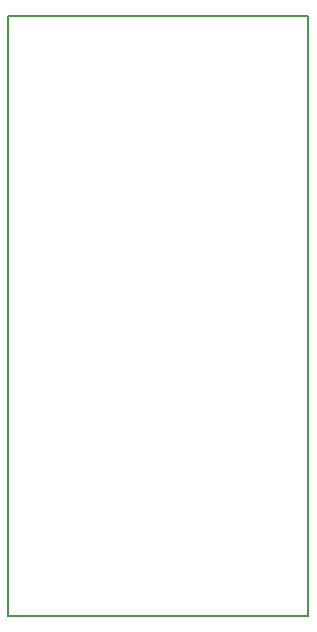
<source format=gm1>
G04 #@! TF.FileFunction,Profile,NP*
%FSLAX46Y46*%
G04 Gerber Fmt 4.6, Leading zero omitted, Abs format (unit mm)*
G04 Created by KiCad (PCBNEW 4.0.6) date 02/21/18 15:14:43*
%MOMM*%
%LPD*%
G01*
G04 APERTURE LIST*
%ADD10C,0.100000*%
%ADD11C,0.150000*%
G04 APERTURE END LIST*
D10*
D11*
X162560000Y-142240000D02*
X162560000Y-116840000D01*
X137160000Y-116840000D02*
X137160000Y-142240000D01*
X162560000Y-142240000D02*
X137160000Y-142240000D01*
X162560000Y-91440000D02*
X162560000Y-116840000D01*
X137160000Y-91440000D02*
X162560000Y-91440000D01*
X137160000Y-116840000D02*
X137160000Y-91440000D01*
M02*

</source>
